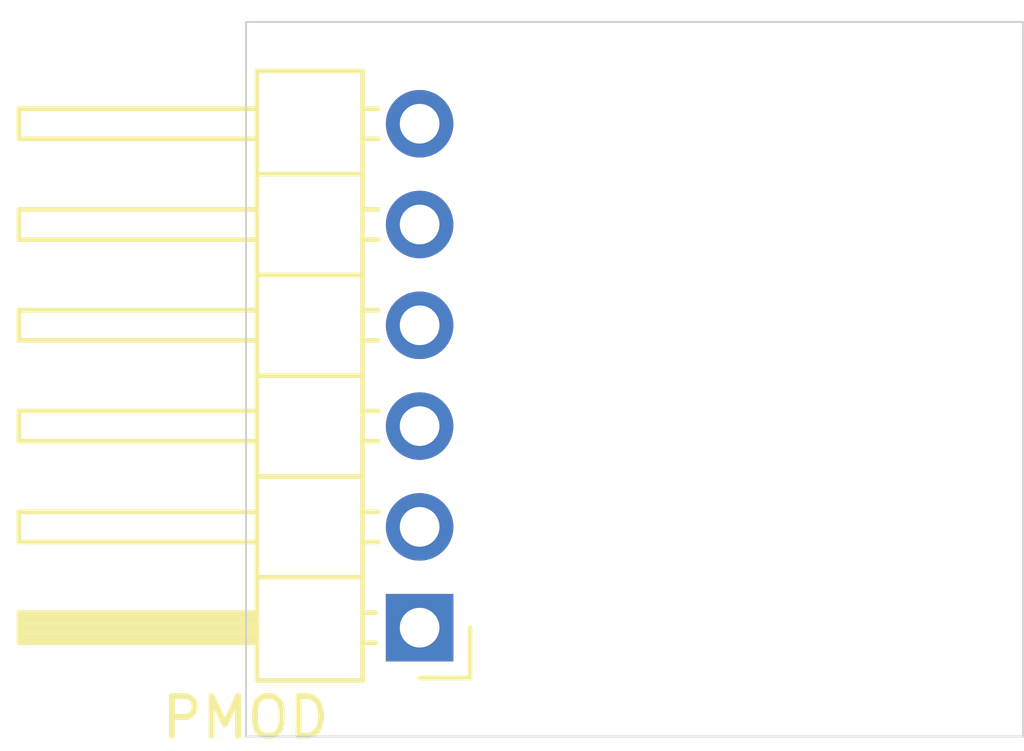
<source format=kicad_pcb>
(kicad_pcb (version 20221018) (generator pcbnew)
  (layers (0 "F.Cu" signal) (31 "B.Cu" signal) (34 "B.Paste" user) (35 "F.Paste" user) (36 "B.SilkS" user "B.Silkscreen") (37 "F.SilkS" user "F.Silkscreen") (38 "B.Mask" user) (39 "F.Mask" user) (44 "Edge.Cuts" user))
  (net 0 "")
  (net 1 "GND")
  (net 2 "VCC3V3")
  (footprint "PinHeader_1x06_P2.54mm_Horizontal" (layer "F.Cu") (at 90.5826 89.6112 180)
    (fp_text reference "PMOD" (at 4.385 -2.27) (layer "F.SilkS"))
    (fp_text value "Conn_01x06")
    (fp_line (start -1.27 -1.27) (end 0 -1.27) (stroke (width 0.12)) (layer "F.SilkS"))
    (fp_line (start -1.27 0) (end -1.27 -1.27) (stroke (width 0.12)) (layer "F.SilkS"))
    (fp_line (start 1.042929 2.16) (end 1.44 2.16) (stroke (width 0.12)) (layer "F.SilkS"))
    (fp_line (start 1.042929 2.92) (end 1.44 2.92) (stroke (width 0.12)) (layer "F.SilkS"))
    (fp_line (start 1.042929 4.7) (end 1.44 4.7) (stroke (width 0.12)) (layer "F.SilkS"))
    (fp_line (start 1.042929 5.46) (end 1.44 5.46) (stroke (width 0.12)) (layer "F.SilkS"))
    (fp_line (start 1.042929 7.24) (end 1.44 7.24) (stroke (width 0.12)) (layer "F.SilkS"))
    (fp_line (start 1.042929 8) (end 1.44 8) (stroke (width 0.12)) (layer "F.SilkS"))
    (fp_line (start 1.042929 9.78) (end 1.44 9.78) (stroke (width 0.12)) (layer "F.SilkS"))
    (fp_line (start 1.042929 10.54) (end 1.44 10.54) (stroke (width 0.12)) (layer "F.SilkS"))
    (fp_line (start 1.042929 12.32) (end 1.44 12.32) (stroke (width 0.12)) (layer "F.SilkS"))
    (fp_line (start 1.042929 13.08) (end 1.44 13.08) (stroke (width 0.12)) (layer "F.SilkS"))
    (fp_line (start 1.11 -0.38) (end 1.44 -0.38) (stroke (width 0.12)) (layer "F.SilkS"))
    (fp_line (start 1.11 0.38) (end 1.44 0.38) (stroke (width 0.12)) (layer "F.SilkS"))
    (fp_line (start 1.44 -1.33) (end 1.44 14.03) (stroke (width 0.12)) (layer "F.SilkS"))
    (fp_line (start 1.44 1.27) (end 4.1 1.27) (stroke (width 0.12)) (layer "F.SilkS"))
    (fp_line (start 1.44 3.81) (end 4.1 3.81) (stroke (width 0.12)) (layer "F.SilkS"))
    (fp_line (start 1.44 6.35) (end 4.1 6.35) (stroke (width 0.12)) (layer "F.SilkS"))
    (fp_line (start 1.44 8.89) (end 4.1 8.89) (stroke (width 0.12)) (layer "F.SilkS"))
    (fp_line (start 1.44 11.43) (end 4.1 11.43) (stroke (width 0.12)) (layer "F.SilkS"))
    (fp_line (start 1.44 14.03) (end 4.1 14.03) (stroke (width 0.12)) (layer "F.SilkS"))
    (fp_line (start 4.1 -1.33) (end 1.44 -1.33) (stroke (width 0.12)) (layer "F.SilkS"))
    (fp_line (start 4.1 -0.38) (end 10.1 -0.38) (stroke (width 0.12)) (layer "F.SilkS"))
    (fp_line (start 4.1 -0.32) (end 10.1 -0.32) (stroke (width 0.12)) (layer "F.SilkS"))
    (fp_line (start 4.1 -0.2) (end 10.1 -0.2) (stroke (width 0.12)) (layer "F.SilkS"))
    (fp_line (start 4.1 -0.08) (end 10.1 -0.08) (stroke (width 0.12)) (layer "F.SilkS"))
    (fp_line (start 4.1 0.04) (end 10.1 0.04) (stroke (width 0.12)) (layer "F.SilkS"))
    (fp_line (start 4.1 0.16) (end 10.1 0.16) (stroke (width 0.12)) (layer "F.SilkS"))
    (fp_line (start 4.1 0.28) (end 10.1 0.28) (stroke (width 0.12)) (layer "F.SilkS"))
    (fp_line (start 4.1 2.16) (end 10.1 2.16) (stroke (width 0.12)) (layer "F.SilkS"))
    (fp_line (start 4.1 4.7) (end 10.1 4.7) (stroke (width 0.12)) (layer "F.SilkS"))
    (fp_line (start 4.1 7.24) (end 10.1 7.24) (stroke (width 0.12)) (layer "F.SilkS"))
    (fp_line (start 4.1 9.78) (end 10.1 9.78) (stroke (width 0.12)) (layer "F.SilkS"))
    (fp_line (start 4.1 12.32) (end 10.1 12.32) (stroke (width 0.12)) (layer "F.SilkS"))
    (fp_line (start 4.1 14.03) (end 4.1 -1.33) (stroke (width 0.12)) (layer "F.SilkS"))
    (fp_line (start 10.1 -0.38) (end 10.1 0.38) (stroke (width 0.12)) (layer "F.SilkS"))
    (fp_line (start 10.1 0.38) (end 4.1 0.38) (stroke (width 0.12)) (layer "F.SilkS"))
    (fp_line (start 10.1 2.16) (end 10.1 2.92) (stroke (width 0.12)) (layer "F.SilkS"))
    (fp_line (start 10.1 2.92) (end 4.1 2.92) (stroke (width 0.12)) (layer "F.SilkS"))
    (fp_line (start 10.1 4.7) (end 10.1 5.46) (stroke (width 0.12)) (layer "F.SilkS"))
    (fp_line (start 10.1 5.46) (end 4.1 5.46) (stroke (width 0.12)) (layer "F.SilkS"))
    (fp_line (start 10.1 7.24) (end 10.1 8) (stroke (width 0.12)) (layer "F.SilkS"))
    (fp_line (start 10.1 8) (end 4.1 8) (stroke (width 0.12)) (layer "F.SilkS"))
    (fp_line (start 10.1 9.78) (end 10.1 10.54) (stroke (width 0.12)) (layer "F.SilkS"))
    (fp_line (start 10.1 10.54) (end 4.1 10.54) (stroke (width 0.12)) (layer "F.SilkS"))
    (fp_line (start 10.1 12.32) (end 10.1 13.08) (stroke (width 0.12)) (layer "F.SilkS"))
    (fp_line (start 10.1 13.08) (end 4.1 13.08) (stroke (width 0.12)) (layer "F.SilkS"))
    (pad "1" thru_hole rect (at 0 0 180) (size 1.7 1.7) (drill 1) (layers "*.Cu" "*.Mask"))
    (pad "2" thru_hole oval (at 0 2.54 180) (size 1.7 1.7) (drill 1) (layers "*.Cu" "*.Mask"))
    (pad "3" thru_hole oval (at 0 5.08 180) (size 1.7 1.7) (drill 1) (layers "*.Cu" "*.Mask"))
    (pad "4" thru_hole oval (at 0 7.62 180) (size 1.7 1.7) (drill 1) (layers "*.Cu" "*.Mask"))
    (pad "5" thru_hole oval (at 0 10.16 180) (size 1.7 1.7) (drill 1) (layers "*.Cu" "*.Mask") (net 1 "GND"))
    (pad "6" thru_hole oval (at 0 12.7 180) (size 1.7 1.7) (drill 1) (layers "*.Cu" "*.Mask") (net 2 "VCC3V3"))
  )
  (gr_rect (start 86.2076 74.3458) (end 105.791 92.3544) (stroke (width 0.05)) (fill none) (layer "Edge.Cuts"))
)
</source>
